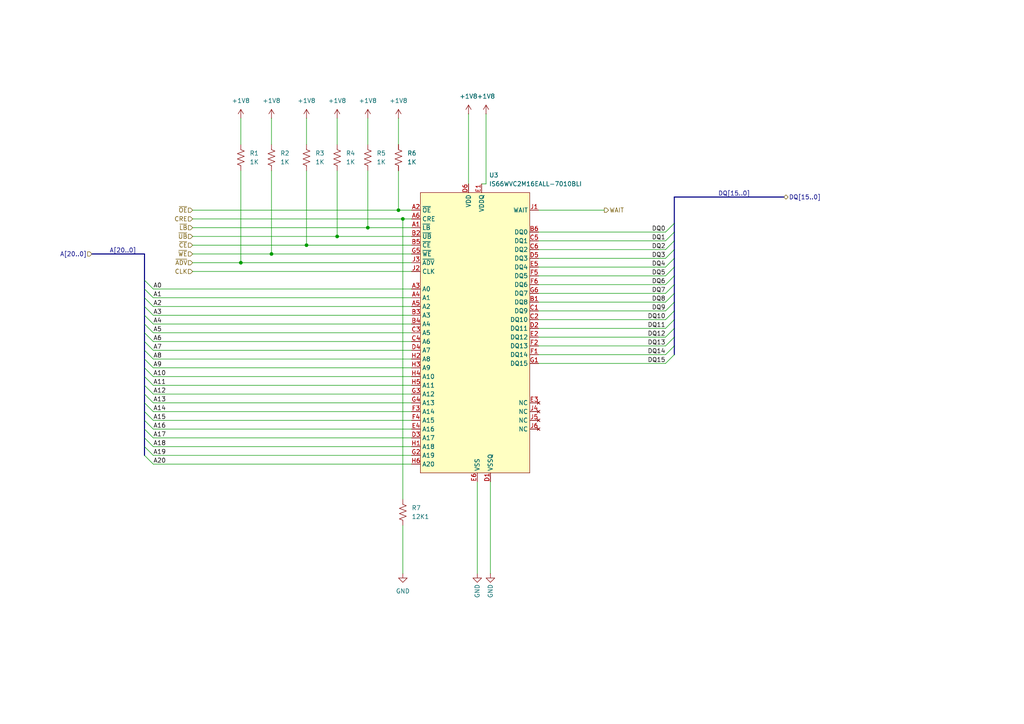
<source format=kicad_sch>
(kicad_sch (version 20250114) (generator "eeschema") (generator_version "9.0")
  (paper "A4")
  (lib_symbols
    (symbol "Device:R_US" (pin_numbers (hide yes)) (pin_names (offset 0))
      (property "Reference" "R" (at 2.54 0 90))
      (property "Value" "R_US" (at -2.54 0 90))
      (symbol "R_US_0_1"
        (polyline (pts (xy 0 2.286) (xy 0 2.54)))
        (polyline (pts (xy 0 2.286) (xy 1.016 1.905) (xy 0 1.524) (xy -1.016 1.143) (xy 0 0.762)))
        (polyline (pts (xy 0 0.762) (xy 1.016 0.381) (xy 0 0) (xy -1.016 -0.381) (xy 0 -0.762)))
        (polyline (pts (xy 0 -0.762) (xy 1.016 -1.143) (xy 0 -1.524) (xy -1.016 -1.905) (xy 0 -2.286)))
        (polyline (pts (xy 0 -2.286) (xy 0 -2.54)))
      )
      (symbol "R_US_1_1"
        (pin passive line (at 0 3.81 270) (length 1.27) (name "~") (number "1"))
        (pin passive line (at 0 -3.81 90) (length 1.27) (name "~") (number "2"))
      )
    )
    (symbol "Project_Library:IS66WVC2M16EALL-7010BLI"
      (property "Reference" "U" (at 0.508 0.762 0))
      (property "Value" "IS66WVC2M16EALL-7010BLI" (at 0.254 -82.296 0))
      (symbol "IS66WVC2M16EALL-7010BLI_1_1"
        (rectangle (start 0 0) (end 31.75 -81.28) (fill (type background)))
        (pin input line (at -2.54 -5.08 0) (length 2.54) (name "~{OE}") (number "A2"))
        (pin input line (at -2.54 -7.62 0) (length 2.54) (name "CRE") (number "A6"))
        (pin input line (at -2.54 -10.16 0) (length 2.54) (name "~{LB}") (number "A1"))
        (pin input line (at -2.54 -12.7 0) (length 2.54) (name "~{UB}") (number "B2"))
        (pin input line (at -2.54 -15.24 0) (length 2.54) (name "~{CE}") (number "B5"))
        (pin input line (at -2.54 -17.78 0) (length 2.54) (name "~{WE}") (number "G5"))
        (pin input line (at -2.54 -20.32 0) (length 2.54) (name "~{ADV}") (number "J3"))
        (pin input line (at -2.54 -22.86 0) (length 2.54) (name "CLK") (number "J2"))
        (pin input line (at -2.54 -27.94 0) (length 2.54) (name "A0") (number "A3"))
        (pin input line (at -2.54 -30.48 0) (length 2.54) (name "A1") (number "A4"))
        (pin input line (at -2.54 -33.02 0) (length 2.54) (name "A2") (number "A5"))
        (pin input line (at -2.54 -35.56 0) (length 2.54) (name "A3") (number "B3"))
        (pin input line (at -2.54 -38.1 0) (length 2.54) (name "A4") (number "B4"))
        (pin input line (at -2.54 -40.64 0) (length 2.54) (name "A5") (number "C3"))
        (pin input line (at -2.54 -43.18 0) (length 2.54) (name "A6") (number "C4"))
        (pin input line (at -2.54 -45.72 0) (length 2.54) (name "A7") (number "D4"))
        (pin input line (at -2.54 -48.26 0) (length 2.54) (name "A8") (number "H2"))
        (pin input line (at -2.54 -50.8 0) (length 2.54) (name "A9") (number "H3"))
        (pin input line (at -2.54 -53.34 0) (length 2.54) (name "A10") (number "H4"))
        (pin input line (at -2.54 -55.88 0) (length 2.54) (name "A11") (number "H5"))
        (pin input line (at -2.54 -58.42 0) (length 2.54) (name "A12") (number "G3"))
        (pin input line (at -2.54 -60.96 0) (length 2.54) (name "A13") (number "G4"))
        (pin input line (at -2.54 -63.5 0) (length 2.54) (name "A14") (number "F3"))
        (pin input line (at -2.54 -66.04 0) (length 2.54) (name "A15") (number "F4"))
        (pin input line (at -2.54 -68.58 0) (length 2.54) (name "A16") (number "E4"))
        (pin input line (at -2.54 -71.12 0) (length 2.54) (name "A17") (number "D3"))
        (pin input line (at -2.54 -73.66 0) (length 2.54) (name "A18") (number "H1"))
        (pin input line (at -2.54 -76.2 0) (length 2.54) (name "A19") (number "G2"))
        (pin input line (at -2.54 -78.74 0) (length 2.54) (name "A20") (number "H6"))
        (pin power_in line (at 13.97 2.54 270) (length 2.54) (name "VDD") (number "D6"))
        (pin power_in line (at 16.51 -83.82 90) (length 2.54) (name "VSS") (number "E6"))
        (pin power_in line (at 17.78 2.54 270) (length 2.54) (name "VDDQ") (number "E1"))
        (pin power_in line (at 20.32 -83.82 90) (length 2.54) (name "VSSQ") (number "D1"))
        (pin output line (at 34.29 -5.08 180) (length 2.54) (name "WAIT") (number "J1"))
        (pin bidirectional line (at 34.29 -11.43 180) (length 2.54) (name "DQ0") (number "B6"))
        (pin bidirectional line (at 34.29 -13.97 180) (length 2.54) (name "DQ1") (number "C5"))
        (pin bidirectional line (at 34.29 -16.51 180) (length 2.54) (name "DQ2") (number "C6"))
        (pin bidirectional line (at 34.29 -19.05 180) (length 2.54) (name "DQ3") (number "D5"))
        (pin bidirectional line (at 34.29 -21.59 180) (length 2.54) (name "DQ4") (number "E5"))
        (pin bidirectional line (at 34.29 -24.13 180) (length 2.54) (name "DQ5") (number "F5"))
        (pin bidirectional line (at 34.29 -26.67 180) (length 2.54) (name "DQ6") (number "F6"))
        (pin bidirectional line (at 34.29 -29.21 180) (length 2.54) (name "DQ7") (number "G6"))
        (pin bidirectional line (at 34.29 -31.75 180) (length 2.54) (name "DQ8") (number "B1"))
        (pin bidirectional line (at 34.29 -34.29 180) (length 2.54) (name "DQ9") (number "C1"))
        (pin bidirectional line (at 34.29 -36.83 180) (length 2.54) (name "DQ10") (number "C2"))
        (pin bidirectional line (at 34.29 -39.37 180) (length 2.54) (name "DQ11") (number "D2"))
        (pin bidirectional line (at 34.29 -41.91 180) (length 2.54) (name "DQ12") (number "E2"))
        (pin bidirectional line (at 34.29 -44.45 180) (length 2.54) (name "DQ13") (number "F2"))
        (pin bidirectional line (at 34.29 -46.99 180) (length 2.54) (name "DQ14") (number "F1"))
        (pin bidirectional line (at 34.29 -49.53 180) (length 2.54) (name "DQ15") (number "G1"))
        (pin no_connect line (at 34.29 -60.96 180) (length 2.54) (name "NC") (number "E3"))
        (pin no_connect line (at 34.29 -63.5 180) (length 2.54) (name "NC") (number "J4"))
        (pin no_connect line (at 34.29 -66.04 180) (length 2.54) (name "NC") (number "J5"))
        (pin no_connect line (at 34.29 -68.58 180) (length 2.54) (name "NC") (number "J6"))
      )
    )
    (symbol "power:+1V8" (power) (pin_numbers (hide yes)) (pin_names (offset 0) (hide yes))
      (property "Value" "+1V8" (at 0 3.556 0))
      (symbol "+1V8_0_1"
        (polyline (pts (xy -0.762 1.27) (xy 0 2.54)))
        (polyline (pts (xy 0 2.54) (xy 0.762 1.27)))
        (polyline (pts (xy 0 0) (xy 0 2.54)))
      )
      (symbol "+1V8_1_1"
        (pin power_in line (at 0 0 90) (length 0) (name "~") (number "1"))
      )
    )
    (symbol "power:GND" (power) (pin_numbers (hide yes)) (pin_names (offset 0) (hide yes))
      (property "Value" "GND" (at 0 -3.81 0))
      (symbol "GND_0_1"
        (polyline (pts (xy 0 0) (xy 0 -1.27) (xy 1.27 -1.27) (xy 0 -2.54) (xy -1.27 -1.27) (xy 0 -1.27)))
      )
      (symbol "GND_1_1"
        (pin power_in line (at 0 0 270) (length 0) (name "~") (number "1"))
      )
    )
  )
  (junction (at 116.84 63.5))
  (junction (at 69.85 76.2))
  (junction (at 78.74 73.66))
  (junction (at 88.9 71.12))
  (junction (at 115.57 60.96))
  (junction (at 106.68 66.04))
  (junction (at 97.79 68.58))
  (bus_entry (at 193.04 92.71) (size 2.54 -2.54))
  (bus_entry (at 193.04 97.79) (size 2.54 -2.54))
  (bus_entry (at 44.45 124.46) (size -2.54 -2.54))
  (bus_entry (at 44.45 127) (size -2.54 -2.54))
  (bus_entry (at 44.45 91.44) (size -2.54 -2.54))
  (bus_entry (at 44.45 96.52) (size -2.54 -2.54))
  (bus_entry (at 193.04 80.01) (size 2.54 -2.54))
  (bus_entry (at 44.45 119.38) (size -2.54 -2.54))
  (bus_entry (at 193.04 69.85) (size 2.54 -2.54))
  (bus_entry (at 44.45 83.82) (size -2.54 -2.54))
  (bus_entry (at 44.45 134.62) (size -2.54 -2.54))
  (bus_entry (at 44.45 109.22) (size -2.54 -2.54))
  (bus_entry (at 193.04 90.17) (size 2.54 -2.54))
  (bus_entry (at 44.45 86.36) (size -2.54 -2.54))
  (bus_entry (at 193.04 77.47) (size 2.54 -2.54))
  (bus_entry (at 44.45 129.54) (size -2.54 -2.54))
  (bus_entry (at 193.04 67.31) (size 2.54 -2.54))
  (bus_entry (at 44.45 132.08) (size -2.54 -2.54))
  (bus_entry (at 193.04 102.87) (size 2.54 -2.54))
  (bus_entry (at 193.04 105.41) (size 2.54 -2.54))
  (bus_entry (at 193.04 82.55) (size 2.54 -2.54))
  (bus_entry (at 193.04 74.93) (size 2.54 -2.54))
  (bus_entry (at 44.45 99.06) (size -2.54 -2.54))
  (bus_entry (at 44.45 114.3) (size -2.54 -2.54))
  (bus_entry (at 193.04 87.63) (size 2.54 -2.54))
  (bus_entry (at 193.04 72.39) (size 2.54 -2.54))
  (bus_entry (at 44.45 101.6) (size -2.54 -2.54))
  (bus_entry (at 193.04 95.25) (size 2.54 -2.54))
  (bus_entry (at 44.45 104.14) (size -2.54 -2.54))
  (bus_entry (at 44.45 93.98) (size -2.54 -2.54))
  (bus_entry (at 44.45 111.76) (size -2.54 -2.54))
  (bus_entry (at 44.45 121.92) (size -2.54 -2.54))
  (bus_entry (at 44.45 116.84) (size -2.54 -2.54))
  (bus_entry (at 193.04 100.33) (size 2.54 -2.54))
  (bus_entry (at 44.45 88.9) (size -2.54 -2.54))
  (bus_entry (at 193.04 85.09) (size 2.54 -2.54))
  (bus_entry (at 44.45 106.68) (size -2.54 -2.54))
  (wire (pts (xy 193.04 85.09) (xy 156.21 85.09)))
  (wire (pts (xy 115.57 34.29) (xy 115.57 41.91)))
  (wire (pts (xy 44.45 88.9) (xy 119.38 88.9)))
  (bus (pts (xy 195.58 85.09) (xy 195.58 82.55)))
  (bus (pts (xy 195.58 80.01) (xy 195.58 77.47)))
  (bus (pts (xy 41.91 91.44) (xy 41.91 88.9)))
  (wire (pts (xy 193.04 95.25) (xy 156.21 95.25)))
  (bus (pts (xy 41.91 116.84) (xy 41.91 114.3)))
  (wire (pts (xy 55.88 78.74) (xy 119.38 78.74)))
  (bus (pts (xy 195.58 100.33) (xy 195.58 97.79)))
  (bus (pts (xy 195.58 74.93) (xy 195.58 72.39)))
  (wire (pts (xy 44.45 121.92) (xy 119.38 121.92)))
  (bus (pts (xy 41.91 127) (xy 41.91 124.46)))
  (wire (pts (xy 44.45 134.62) (xy 119.38 134.62)))
  (wire (pts (xy 44.45 109.22) (xy 119.38 109.22)))
  (bus (pts (xy 195.58 82.55) (xy 195.58 80.01)))
  (wire (pts (xy 97.79 34.29) (xy 97.79 41.91)))
  (wire (pts (xy 135.89 33.02) (xy 135.89 53.34)))
  (wire (pts (xy 69.85 49.53) (xy 69.85 76.2)))
  (wire (pts (xy 116.84 152.4) (xy 116.84 166.37)))
  (bus (pts (xy 41.91 124.46) (xy 41.91 121.92)))
  (wire (pts (xy 140.97 53.34) (xy 139.7 53.34)))
  (wire (pts (xy 44.45 91.44) (xy 119.38 91.44)))
  (bus (pts (xy 26.67 73.66) (xy 41.91 73.66)))
  (bus (pts (xy 195.58 87.63) (xy 195.58 85.09)))
  (wire (pts (xy 44.45 83.82) (xy 119.38 83.82)))
  (wire (pts (xy 193.04 77.47) (xy 156.21 77.47)))
  (bus (pts (xy 41.91 96.52) (xy 41.91 93.98)))
  (wire (pts (xy 193.04 69.85) (xy 156.21 69.85)))
  (wire (pts (xy 115.57 49.53) (xy 115.57 60.96)))
  (wire (pts (xy 69.85 76.2) (xy 119.38 76.2)))
  (wire (pts (xy 193.04 105.41) (xy 156.21 105.41)))
  (wire (pts (xy 97.79 49.53) (xy 97.79 68.58)))
  (bus (pts (xy 195.58 64.77) (xy 195.58 57.15)))
  (wire (pts (xy 97.79 68.58) (xy 119.38 68.58)))
  (bus (pts (xy 41.91 104.14) (xy 41.91 101.6)))
  (wire (pts (xy 193.04 87.63) (xy 156.21 87.63)))
  (bus (pts (xy 41.91 93.98) (xy 41.91 91.44)))
  (bus (pts (xy 41.91 111.76) (xy 41.91 109.22)))
  (wire (pts (xy 116.84 63.5) (xy 116.84 144.78)))
  (bus (pts (xy 195.58 95.25) (xy 195.58 92.71)))
  (bus (pts (xy 41.91 109.22) (xy 41.91 106.68)))
  (wire (pts (xy 193.04 102.87) (xy 156.21 102.87)))
  (wire (pts (xy 55.88 76.2) (xy 69.85 76.2)))
  (wire (pts (xy 193.04 90.17) (xy 156.21 90.17)))
  (bus (pts (xy 41.91 101.6) (xy 41.91 99.06)))
  (bus (pts (xy 41.91 121.92) (xy 41.91 119.38)))
  (wire (pts (xy 138.43 139.7) (xy 138.43 166.37)))
  (bus (pts (xy 41.91 114.3) (xy 41.91 111.76)))
  (wire (pts (xy 69.85 34.29) (xy 69.85 41.91)))
  (bus (pts (xy 41.91 132.08) (xy 41.91 129.54)))
  (wire (pts (xy 193.04 67.31) (xy 156.21 67.31)))
  (wire (pts (xy 55.88 66.04) (xy 106.68 66.04)))
  (wire (pts (xy 44.45 124.46) (xy 119.38 124.46)))
  (wire (pts (xy 142.24 139.7) (xy 142.24 166.37)))
  (wire (pts (xy 55.88 73.66) (xy 78.74 73.66)))
  (bus (pts (xy 41.91 86.36) (xy 41.91 83.82)))
  (wire (pts (xy 115.57 60.96) (xy 119.38 60.96)))
  (wire (pts (xy 55.88 63.5) (xy 116.84 63.5)))
  (wire (pts (xy 78.74 49.53) (xy 78.74 73.66)))
  (wire (pts (xy 116.84 63.5) (xy 119.38 63.5)))
  (wire (pts (xy 55.88 71.12) (xy 88.9 71.12)))
  (wire (pts (xy 175.26 60.96) (xy 156.21 60.96)))
  (wire (pts (xy 44.45 111.76) (xy 119.38 111.76)))
  (wire (pts (xy 106.68 49.53) (xy 106.68 66.04)))
  (wire (pts (xy 88.9 71.12) (xy 119.38 71.12)))
  (bus (pts (xy 41.91 129.54) (xy 41.91 127)))
  (bus (pts (xy 195.58 69.85) (xy 195.58 67.31)))
  (bus (pts (xy 195.58 90.17) (xy 195.58 87.63)))
  (wire (pts (xy 44.45 114.3) (xy 119.38 114.3)))
  (wire (pts (xy 193.04 97.79) (xy 156.21 97.79)))
  (bus (pts (xy 195.58 92.71) (xy 195.58 90.17)))
  (wire (pts (xy 193.04 92.71) (xy 156.21 92.71)))
  (bus (pts (xy 195.58 72.39) (xy 195.58 69.85)))
  (wire (pts (xy 44.45 104.14) (xy 119.38 104.14)))
  (wire (pts (xy 55.88 68.58) (xy 97.79 68.58)))
  (wire (pts (xy 193.04 100.33) (xy 156.21 100.33)))
  (bus (pts (xy 195.58 97.79) (xy 195.58 95.25)))
  (wire (pts (xy 44.45 99.06) (xy 119.38 99.06)))
  (wire (pts (xy 44.45 86.36) (xy 119.38 86.36)))
  (bus (pts (xy 41.91 88.9) (xy 41.91 86.36)))
  (wire (pts (xy 44.45 93.98) (xy 119.38 93.98)))
  (wire (pts (xy 106.68 34.29) (xy 106.68 41.91)))
  (wire (pts (xy 88.9 34.29) (xy 88.9 41.91)))
  (wire (pts (xy 193.04 80.01) (xy 156.21 80.01)))
  (bus (pts (xy 195.58 67.31) (xy 195.58 64.77)))
  (bus (pts (xy 41.91 106.68) (xy 41.91 104.14)))
  (wire (pts (xy 88.9 49.53) (xy 88.9 71.12)))
  (wire (pts (xy 78.74 34.29) (xy 78.74 41.91)))
  (wire (pts (xy 106.68 66.04) (xy 119.38 66.04)))
  (wire (pts (xy 193.04 72.39) (xy 156.21 72.39)))
  (bus (pts (xy 41.91 83.82) (xy 41.91 81.28)))
  (wire (pts (xy 78.74 73.66) (xy 119.38 73.66)))
  (wire (pts (xy 44.45 127) (xy 119.38 127)))
  (wire (pts (xy 44.45 96.52) (xy 119.38 96.52)))
  (wire (pts (xy 140.97 33.02) (xy 140.97 53.34)))
  (wire (pts (xy 55.88 60.96) (xy 115.57 60.96)))
  (wire (pts (xy 44.45 129.54) (xy 119.38 129.54)))
  (bus (pts (xy 195.58 57.15) (xy 227.33 57.15)))
  (wire (pts (xy 44.45 132.08) (xy 119.38 132.08)))
  (bus (pts (xy 195.58 102.87) (xy 195.58 100.33)))
  (bus (pts (xy 41.91 99.06) (xy 41.91 96.52)))
  (wire (pts (xy 44.45 116.84) (xy 119.38 116.84)))
  (wire (pts (xy 44.45 119.38) (xy 119.38 119.38)))
  (wire (pts (xy 44.45 106.68) (xy 119.38 106.68)))
  (bus (pts (xy 195.58 77.47) (xy 195.58 74.93)))
  (wire (pts (xy 193.04 82.55) (xy 156.21 82.55)))
  (wire (pts (xy 44.45 101.6) (xy 119.38 101.6)))
  (bus (pts (xy 41.91 119.38) (xy 41.91 116.84)))
  (bus (pts (xy 41.91 81.28) (xy 41.91 73.66)))
  (wire (pts (xy 193.04 74.93) (xy 156.21 74.93)))
  (label "DQ4" (at 193.04 77.47 180))
  (label "A17" (at 44.45 127 0))
  (label "DQ8" (at 193.04 87.63 180))
  (label "DQ6" (at 193.04 82.55 180))
  (label "DQ5" (at 193.04 80.01 180))
  (label "A0" (at 44.45 83.82 0))
  (label "DQ11" (at 193.04 95.25 180))
  (label "A2" (at 44.45 88.9 0))
  (label "A5" (at 44.45 96.52 0))
  (label "DQ15" (at 193.04 105.41 180))
  (label "DQ13" (at 193.04 100.33 180))
  (label "DQ12" (at 193.04 97.79 180))
  (label "A19" (at 44.45 132.08 0))
  (label "A12" (at 44.45 114.3 0))
  (label "DQ3" (at 193.04 74.93 180))
  (label "A10" (at 44.45 109.22 0))
  (label "A20" (at 44.45 134.62 0))
  (label "A16" (at 44.45 124.46 0))
  (label "A7" (at 44.45 101.6 0))
  (label "DQ[15..0]" (at 208.28 57.15 0))
  (label "A8" (at 44.45 104.14 0))
  (label "DQ0" (at 193.04 67.31 180))
  (label "DQ2" (at 193.04 72.39 180))
  (label "DQ1" (at 193.04 69.85 180))
  (label "A11" (at 44.45 111.76 0))
  (label "A9" (at 44.45 106.68 0))
  (label "A14" (at 44.45 119.38 0))
  (label "A15" (at 44.45 121.92 0))
  (label "A6" (at 44.45 99.06 0))
  (label "DQ10" (at 193.04 92.71 180))
  (label "A4" (at 44.45 93.98 0))
  (label "DQ14" (at 193.04 102.87 180))
  (label "A1" (at 44.45 86.36 0))
  (label "A13" (at 44.45 116.84 0))
  (label "DQ7" (at 193.04 85.09 180))
  (label "A18" (at 44.45 129.54 0))
  (label "A3" (at 44.45 91.44 0))
  (label "DQ9" (at 193.04 90.17 180))
  (label "A[20..0]" (at 31.75 73.66 0))
  (hierarchical_label "CLK" (shape input) (at 55.88 78.74 180))
  (hierarchical_label "~{OE}" (shape input) (at 55.88 60.96 180))
  (hierarchical_label "~{WE}" (shape input) (at 55.88 73.66 180))
  (hierarchical_label "~{ADV}" (shape input) (at 55.88 76.2 180))
  (hierarchical_label "~{LB}" (shape input) (at 55.88 66.04 180))
  (hierarchical_label "~{CE}" (shape input) (at 55.88 71.12 180))
  (hierarchical_label "CRE" (shape input) (at 55.88 63.5 180))
  (hierarchical_label "WAIT" (shape output) (at 175.26 60.96 0))
  (hierarchical_label "A[20..0]" (shape input) (at 26.67 73.66 180))
  (hierarchical_label "~{UB}" (shape input) (at 55.88 68.58 180))
  (hierarchical_label "DQ[15..0]" (shape bidirectional) (at 227.33 57.15 0))
  (symbol (lib_id "power:+1V8") (at 135.89 33.02 0) (unit 1)
    (property "Reference" "#PWR010" (effects (hide yes)))
    (property "Value" "+1V8" (at 135.89 27.94 0))
    (property "Description" "Power symbol creates a global label with name \"+1V8\"" (effects (hide yes)))
    (instances (project "" (path "" (reference "#PWR010") (unit 1)) (path "" (reference "#PWR037") (unit 1))))
  )
  (symbol (lib_id "power:+1V8") (at 140.97 33.02 0) (unit 1)
    (property "Reference" "#PWR012" (effects (hide yes)))
    (property "Value" "+1V8" (at 140.97 27.94 0))
    (property "Description" "Power symbol creates a global label with name \"+1V8\"" (effects (hide yes)))
    (instances (project "GMA1_SOM" (path "" (reference "#PWR012") (unit 1)) (path "" (reference "#PWR039") (unit 1))))
  )
  (symbol (lib_id "power:+1V8") (at 115.57 34.29 0) (unit 1)
    (property "Reference" "#PWR08" (effects (hide yes)))
    (property "Value" "+1V8" (at 115.57 29.21 0))
    (property "Description" "Power symbol creates a global label with name \"+1V8\"" (effects (hide yes)))
    (instances (project "GMA1_SOM" (path "" (reference "#PWR08") (unit 1)) (path "" (reference "#PWR035") (unit 1))))
  )
  (symbol (lib_id "Project_Library:IS66WVC2M16EALL-7010BLI") (at 121.92 55.88 0) (unit 1)
    (property "Reference" "U3" (at 141.8433 50.8 0) (effects (justify left)))
    (property "Value" "IS66WVC2M16EALL-7010BLI" (at 141.8433 53.34 0) (effects (justify left)))
    (property "Footprint" "Project_Library:BGA-54_6x9_6.0x8.0mm" (effects (hide yes)))
    (property "Datasheet" "https://www.mouser.ca/datasheet/2/198/66_67WVC2M16EALL-1102571.pdf" (effects (hide yes)))
    (instances (project "" (path "" (reference "U3") (unit 1)) (path "" (reference "U7") (unit 1))))
  )
  (symbol (lib_id "power:+1V8") (at 78.74 34.29 0) (unit 1)
    (property "Reference" "#PWR04" (effects (hide yes)))
    (property "Value" "+1V8" (at 78.74 29.21 0))
    (property "Description" "Power symbol creates a global label with name \"+1V8\"" (effects (hide yes)))
    (instances (project "GMA1_SOM" (path "" (reference "#PWR04") (unit 1)) (path "" (reference "#PWR031") (unit 1))))
  )
  (symbol (lib_id "Device:R_US") (at 88.9 45.72 180) (unit 1)
    (property "Reference" "R3" (at 91.44 44.4499 0) (effects (justify right)))
    (property "Value" "1K" (at 91.44 46.9899 0) (effects (justify right)))
    (property "Description" "Resistor, US symbol" (effects (hide yes)))
    (instances (project "GMA1_SOM" (path "" (reference "R3") (unit 1)) (path "" (reference "R18") (unit 1))))
  )
  (symbol (lib_id "power:GND") (at 142.24 166.37 0) (unit 1)
    (property "Reference" "#PWR013" (effects (hide yes)))
    (property "Value" "GND" (at 142.24 171.45 90))
    (property "Description" "Power symbol creates a global label with name \"GND\" , ground" (effects (hide yes)))
    (instances (project "GMA1_SOM" (path "" (reference "#PWR013") (unit 1)) (path "" (reference "#PWR040") (unit 1))))
  )
  (symbol (lib_id "power:+1V8") (at 106.68 34.29 0) (unit 1)
    (property "Reference" "#PWR07" (effects (hide yes)))
    (property "Value" "+1V8" (at 106.68 29.21 0))
    (property "Description" "Power symbol creates a global label with name \"+1V8\"" (effects (hide yes)))
    (instances (project "GMA1_SOM" (path "" (reference "#PWR07") (unit 1)) (path "" (reference "#PWR034") (unit 1))))
  )
  (symbol (lib_id "Device:R_US") (at 116.84 148.59 180) (unit 1)
    (property "Reference" "R7" (at 119.38 147.3199 0) (effects (justify right)))
    (property "Value" "12K1" (at 119.38 149.8599 0) (effects (justify right)))
    (property "Description" "Resistor, US symbol" (effects (hide yes)))
    (instances (project "GMA1_SOM" (path "" (reference "R7") (unit 1)) (path "" (reference "R22") (unit 1))))
  )
  (symbol (lib_id "Device:R_US") (at 69.85 45.72 180) (unit 1)
    (property "Reference" "R1" (at 72.39 44.4499 0) (effects (justify right)))
    (property "Value" "1K" (at 72.39 46.9899 0) (effects (justify right)))
    (property "Description" "Resistor, US symbol" (effects (hide yes)))
    (instances (project "GMA1_SOM" (path "" (reference "R1") (unit 1)) (path "" (reference "R16") (unit 1))))
  )
  (symbol (lib_id "power:+1V8") (at 88.9 34.29 0) (unit 1)
    (property "Reference" "#PWR05" (effects (hide yes)))
    (property "Value" "+1V8" (at 88.9 29.21 0))
    (property "Description" "Power symbol creates a global label with name \"+1V8\"" (effects (hide yes)))
    (instances (project "GMA1_SOM" (path "" (reference "#PWR05") (unit 1)) (path "" (reference "#PWR032") (unit 1))))
  )
  (symbol (lib_id "power:GND") (at 138.43 166.37 0) (unit 1)
    (property "Reference" "#PWR011" (effects (hide yes)))
    (property "Value" "GND" (at 138.43 171.45 90))
    (property "Description" "Power symbol creates a global label with name \"GND\" , ground" (effects (hide yes)))
    (instances (project "" (path "" (reference "#PWR011") (unit 1)) (path "" (reference "#PWR038") (unit 1))))
  )
  (symbol (lib_id "power:+1V8") (at 69.85 34.29 0) (unit 1)
    (property "Reference" "#PWR03" (effects (hide yes)))
    (property "Value" "+1V8" (at 69.85 29.21 0))
    (property "Description" "Power symbol creates a global label with name \"+1V8\"" (effects (hide yes)))
    (instances (project "GMA1_SOM" (path "" (reference "#PWR03") (unit 1)) (path "" (reference "#PWR030") (unit 1))))
  )
  (symbol (lib_id "power:GND") (at 116.84 166.37 0) (unit 1)
    (property "Reference" "#PWR09" (effects (hide yes)))
    (property "Value" "GND" (at 116.84 171.45 0))
    (property "Description" "Power symbol creates a global label with name \"GND\" , ground" (effects (hide yes)))
    (instances (project "GMA1_SOM" (path "" (reference "#PWR09") (unit 1)) (path "" (reference "#PWR036") (unit 1))))
  )
  (symbol (lib_id "power:+1V8") (at 97.79 34.29 0) (unit 1)
    (property "Reference" "#PWR06" (effects (hide yes)))
    (property "Value" "+1V8" (at 97.79 29.21 0))
    (property "Description" "Power symbol creates a global label with name \"+1V8\"" (effects (hide yes)))
    (instances (project "GMA1_SOM" (path "" (reference "#PWR06") (unit 1)) (path "" (reference "#PWR033") (unit 1))))
  )
  (symbol (lib_id "Device:R_US") (at 106.68 45.72 180) (unit 1)
    (property "Reference" "R5" (at 109.22 44.4499 0) (effects (justify right)))
    (property "Value" "1K" (at 109.22 46.9899 0) (effects (justify right)))
    (property "Description" "Resistor, US symbol" (effects (hide yes)))
    (instances (project "GMA1_SOM" (path "" (reference "R5") (unit 1)) (path "" (reference "R20") (unit 1))))
  )
  (symbol (lib_id "Device:R_US") (at 115.57 45.72 180) (unit 1)
    (property "Reference" "R6" (at 118.11 44.4499 0) (effects (justify right)))
    (property "Value" "1K" (at 118.11 46.9899 0) (effects (justify right)))
    (property "Description" "Resistor, US symbol" (effects (hide yes)))
    (instances (project "GMA1_SOM" (path "" (reference "R6") (unit 1)) (path "" (reference "R21") (unit 1))))
  )
  (symbol (lib_id "Device:R_US") (at 78.74 45.72 180) (unit 1)
    (property "Reference" "R2" (at 81.28 44.4499 0) (effects (justify right)))
    (property "Value" "1K" (at 81.28 46.9899 0) (effects (justify right)))
    (property "Description" "Resistor, US symbol" (effects (hide yes)))
    (instances (project "GMA1_SOM" (path "" (reference "R2") (unit 1)) (path "" (reference "R17") (unit 1))))
  )
  (symbol (lib_id "Device:R_US") (at 97.79 45.72 180) (unit 1)
    (property "Reference" "R4" (at 100.33 44.4499 0) (effects (justify right)))
    (property "Value" "1K" (at 100.33 46.9899 0) (effects (justify right)))
    (property "Description" "Resistor, US symbol" (effects (hide yes)))
    (instances (project "GMA1_SOM" (path "" (reference "R4") (unit 1)) (path "" (reference "R19") (unit 1))))
  )
)
</source>
